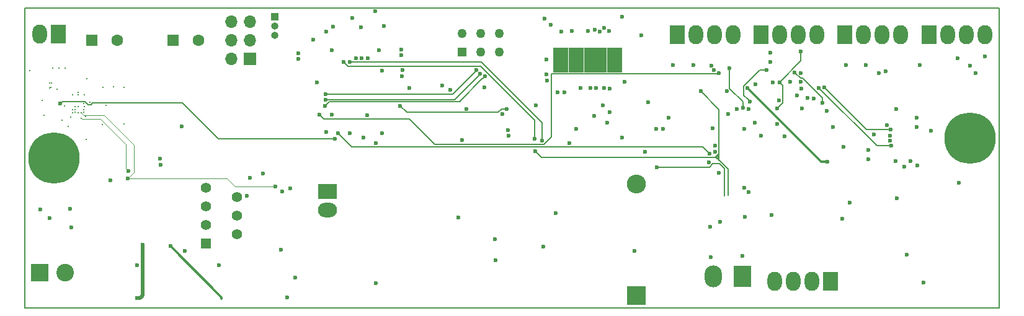
<source format=gbr>
G04 #@! TF.FileFunction,Copper,L5,Inr,Signal*
%FSLAX46Y46*%
G04 Gerber Fmt 4.6, Leading zero omitted, Abs format (unit mm)*
G04 Created by KiCad (PCBNEW 4.0.7) date 06/06/18 14:30:24*
%MOMM*%
%LPD*%
G01*
G04 APERTURE LIST*
%ADD10C,0.100000*%
%ADD11C,0.150000*%
%ADD12R,1.600000X1.600000*%
%ADD13C,1.600000*%
%ADD14R,2.600000X2.600000*%
%ADD15O,2.600000X2.600000*%
%ADD16C,7.000000*%
%ADD17R,1.700000X1.700000*%
%ADD18O,1.700000X1.700000*%
%ADD19R,1.000000X1.000000*%
%ADD20O,1.000000X1.000000*%
%ADD21R,2.350000X3.000000*%
%ADD22O,2.350000X3.000000*%
%ADD23C,1.270000*%
%ADD24R,1.270000X1.270000*%
%ADD25R,2.000000X2.600000*%
%ADD26O,2.000000X2.600000*%
%ADD27R,1.397000X1.397000*%
%ADD28C,1.397000*%
%ADD29R,1.100000X0.890000*%
%ADD30R,2.600000X2.000000*%
%ADD31O,2.600000X2.000000*%
%ADD32C,2.400000*%
%ADD33R,2.400000X2.400000*%
%ADD34C,0.600000*%
%ADD35C,0.300000*%
%ADD36C,0.200000*%
%ADD37C,0.200000*%
%ADD38C,0.300000*%
%ADD39C,0.500000*%
G04 APERTURE END LIST*
D10*
D11*
X25000000Y-164000000D02*
X25000000Y-123000000D01*
X158000000Y-164000000D02*
X25000000Y-164000000D01*
X158000000Y-123000000D02*
X158000000Y-164000000D01*
X25000000Y-123000000D02*
X158000000Y-123000000D01*
D12*
X45200000Y-127450000D03*
D13*
X48700000Y-127450000D03*
D12*
X34100000Y-127450000D03*
D13*
X37600000Y-127450000D03*
D14*
X108490000Y-162350000D03*
D15*
X108490000Y-147110000D03*
D16*
X154010000Y-140810000D03*
D17*
X55690000Y-129950000D03*
D18*
X53150000Y-129950000D03*
X55690000Y-127410000D03*
X53150000Y-127410000D03*
X55690000Y-124870000D03*
X53150000Y-124870000D03*
D19*
X59090000Y-124250000D03*
D20*
X59090000Y-125520000D03*
X59090000Y-126790000D03*
D21*
X122950000Y-159700000D03*
D22*
X118990000Y-159700000D03*
D23*
X84690000Y-126480000D03*
X87230000Y-126480000D03*
X89770000Y-126480000D03*
D24*
X84690000Y-129020000D03*
D23*
X87230000Y-129020000D03*
X89770000Y-129020000D03*
D25*
X125520000Y-126650000D03*
D26*
X128060000Y-126650000D03*
X130600000Y-126650000D03*
X133140000Y-126650000D03*
D25*
X114080000Y-126650000D03*
D26*
X116620000Y-126650000D03*
X119160000Y-126650000D03*
X121700000Y-126650000D03*
D25*
X136950000Y-126650000D03*
D26*
X139490000Y-126650000D03*
X142030000Y-126650000D03*
X144570000Y-126650000D03*
D25*
X148400000Y-126650000D03*
D26*
X150940000Y-126650000D03*
X153480000Y-126650000D03*
X156020000Y-126650000D03*
D27*
X49724000Y-155220000D03*
D28*
X53915000Y-153950000D03*
X49724000Y-152680000D03*
X53915000Y-151410000D03*
X49724000Y-150140000D03*
X53915000Y-148870000D03*
X49724000Y-147600000D03*
D29*
X106045000Y-131385000D03*
X106045000Y-130535000D03*
X106045000Y-128835000D03*
X106045000Y-129685000D03*
X104988750Y-129685000D03*
X104988750Y-128835000D03*
X104988750Y-130535000D03*
X104988750Y-131385000D03*
X103932500Y-131385000D03*
X103932500Y-130535000D03*
X103932500Y-128835000D03*
X103932500Y-129685000D03*
X102876250Y-129685000D03*
X102876250Y-128835000D03*
X102876250Y-130535000D03*
X102876250Y-131385000D03*
X101820000Y-131385000D03*
X101820000Y-130535000D03*
X101820000Y-128835000D03*
X101820000Y-129685000D03*
X100763750Y-129685000D03*
X100763750Y-128835000D03*
X100763750Y-130535000D03*
X100763750Y-131385000D03*
X99707500Y-131385000D03*
X99707500Y-130535000D03*
X99707500Y-128835000D03*
X99707500Y-129685000D03*
X98651250Y-129685000D03*
X98651250Y-128835000D03*
X98651250Y-130535000D03*
X98651250Y-131385000D03*
X97595000Y-131385000D03*
X97595000Y-130535000D03*
X97595000Y-128835000D03*
X97595000Y-129685000D03*
D16*
X29000000Y-143500000D03*
D30*
X66330000Y-148100000D03*
D31*
X66330000Y-150640000D03*
D25*
X29550000Y-126600000D03*
D26*
X27010000Y-126600000D03*
D32*
X30500000Y-159200000D03*
D33*
X27000000Y-159200000D03*
D25*
X134950000Y-160350000D03*
D26*
X132410000Y-160350000D03*
X129870000Y-160350000D03*
X127330000Y-160350000D03*
D34*
X117260000Y-134399999D03*
D35*
X120960000Y-148610000D03*
D34*
X87680000Y-133900000D03*
X94670000Y-142550000D03*
X126248909Y-131521091D03*
X123975028Y-135790010D03*
X134480000Y-137070000D03*
X146740000Y-139240000D03*
X143876446Y-143973554D03*
X140120000Y-142450000D03*
X133830000Y-135950000D03*
X130070000Y-131800000D03*
X36680000Y-146600000D03*
X43520000Y-144450000D03*
X57460000Y-145630000D03*
X61230000Y-147640000D03*
X71200000Y-140740000D03*
X72875860Y-141510000D03*
X73788316Y-140129999D03*
X83100000Y-134210000D03*
X74020000Y-125490000D03*
X69670000Y-124340000D03*
X67040000Y-125530000D03*
X119004779Y-131524908D03*
X109680000Y-142680000D03*
X112825002Y-138050000D03*
X111250000Y-144743658D03*
D35*
X120460000Y-148700000D03*
X119460000Y-144300000D03*
D34*
X123020000Y-136640000D03*
X121200000Y-131250000D03*
X129480000Y-133059999D03*
X146710000Y-138050000D03*
X145040000Y-144670000D03*
X143960000Y-136820000D03*
X147120000Y-130820000D03*
X154000000Y-130890000D03*
X142520000Y-131670000D03*
X76450000Y-132380000D03*
X77460000Y-133930000D03*
X71740000Y-137670000D03*
X73780000Y-131590000D03*
X66890000Y-128800000D03*
X70910000Y-125610000D03*
X64900000Y-133210000D03*
X72800000Y-123480000D03*
X61930000Y-159850000D03*
X72920000Y-160590000D03*
X99341728Y-141509990D03*
X55700000Y-146190000D03*
X118620000Y-157050000D03*
X90140000Y-137480000D03*
X119890000Y-152200000D03*
X122940000Y-156880000D03*
D36*
X31480000Y-134910000D03*
X25650000Y-131580000D03*
D34*
X44850000Y-155540000D03*
D36*
X51850000Y-162770000D03*
X36110000Y-136300000D03*
X33060000Y-136100000D03*
X32270000Y-134900000D03*
D34*
X119250000Y-142650000D03*
X121030000Y-137480000D03*
X123230000Y-139530000D03*
X156020000Y-129600000D03*
X145390000Y-156730000D03*
X123760000Y-136800000D03*
X123180000Y-147610000D03*
X96170000Y-130030000D03*
X134500000Y-144030000D03*
X123640000Y-133960000D03*
X104100000Y-125750000D03*
X95960000Y-124430000D03*
X96750000Y-125330000D03*
X106480000Y-124220000D03*
X102800000Y-126030000D03*
X106820000Y-133060000D03*
X102960000Y-133980000D03*
X103860000Y-136350000D03*
X98600000Y-134520000D03*
X104820000Y-137290000D03*
X104810000Y-133990000D03*
X152510000Y-146890000D03*
X144050000Y-149060000D03*
X146780000Y-144560000D03*
X102160000Y-133970000D03*
X102720000Y-137760000D03*
X46420000Y-139170000D03*
X27100000Y-150500000D03*
X154810000Y-131920000D03*
X130880000Y-133090000D03*
X87770000Y-132360000D03*
X65970000Y-136420000D03*
X87155891Y-132024014D03*
X141580000Y-131910000D03*
X130930000Y-131950000D03*
X66010000Y-135530000D03*
X86656890Y-131533081D03*
X118710000Y-130890000D03*
X66050686Y-134800686D03*
X113450000Y-130840000D03*
X116280000Y-130850000D03*
X123250000Y-151540000D03*
X108250000Y-156240000D03*
X118550000Y-152930000D03*
X95740000Y-155630000D03*
X152300000Y-129860000D03*
X119250001Y-141850000D03*
X134110000Y-133860000D03*
X143190000Y-139640000D03*
X126750000Y-130360000D03*
X126750000Y-129140000D03*
X94600000Y-140890000D03*
X68540000Y-130390000D03*
X60100000Y-148110000D03*
X39150000Y-145320000D03*
D36*
X32660000Y-138110000D03*
D34*
X98210000Y-126210000D03*
X123770000Y-148190000D03*
X128660000Y-140550000D03*
X140160000Y-143710000D03*
X125520000Y-140470000D03*
X99620000Y-126160000D03*
X127110000Y-133160000D03*
X103510000Y-126220000D03*
X137630000Y-149590000D03*
X101830000Y-126140000D03*
X136730000Y-142020000D03*
X46840000Y-156200000D03*
X31180000Y-150420000D03*
X41080000Y-155400000D03*
X40330000Y-162610000D03*
X135320000Y-139310000D03*
X104080000Y-133980000D03*
X104470000Y-138690000D03*
X109100000Y-126790000D03*
X104730000Y-126190000D03*
X100820000Y-133950000D03*
X97740000Y-134570000D03*
X143060000Y-141160000D03*
X96240000Y-132890000D03*
X66920000Y-137610000D03*
X84670000Y-141050000D03*
X91010000Y-140500000D03*
X89180000Y-154610000D03*
X89210000Y-157520000D03*
X119710000Y-145570000D03*
D36*
X33070000Y-134900000D03*
X33420000Y-132650000D03*
X31260000Y-137900000D03*
X30450000Y-131200000D03*
X28590000Y-133280000D03*
X28580000Y-133900000D03*
X33270000Y-137870000D03*
X28330000Y-133280000D03*
X28330000Y-133920000D03*
X29600000Y-131220000D03*
X28750000Y-131200000D03*
X29390000Y-134110000D03*
D34*
X124660000Y-138720000D03*
X124740000Y-133450000D03*
X106500000Y-140690000D03*
X131850000Y-135330000D03*
X120850000Y-134400000D03*
X122190000Y-136790000D03*
X132720000Y-135370000D03*
X71773646Y-129879990D03*
D36*
X27580000Y-137650000D03*
X31460000Y-137300000D03*
X33340000Y-140970000D03*
X33060000Y-137290000D03*
X31470000Y-136910000D03*
X27320000Y-135650000D03*
X38540000Y-138840000D03*
X33060000Y-136890000D03*
X31870000Y-136900000D03*
X37070000Y-133820000D03*
X32260000Y-134500000D03*
X35610000Y-133840000D03*
X38520000Y-133840000D03*
X32270000Y-137300000D03*
D34*
X111150000Y-139560000D03*
X112090000Y-139530000D03*
X148690000Y-139780000D03*
X81950000Y-133630000D03*
X137050000Y-130840000D03*
X139760000Y-130850000D03*
X118450002Y-142900000D03*
X67730000Y-140160000D03*
X65210000Y-137590000D03*
X119760000Y-131900000D03*
X130960000Y-134010000D03*
X66090000Y-140000000D03*
X62350000Y-129200000D03*
X70950000Y-129880000D03*
X62320000Y-130000000D03*
X70160000Y-129870000D03*
X73330000Y-128760000D03*
X130360000Y-134990000D03*
X76410000Y-129430000D03*
X127928312Y-135626131D03*
X76540000Y-131490000D03*
X100270000Y-139560001D03*
X90740000Y-136830000D03*
X76240000Y-136390000D03*
X145920000Y-143940000D03*
X140910000Y-140300000D03*
X64340000Y-127340000D03*
X43480000Y-143630000D03*
X142692460Y-139047540D03*
X66150000Y-126270000D03*
X29810000Y-136100000D03*
D36*
X32270000Y-136490000D03*
D34*
X67290000Y-140930000D03*
X31370000Y-153030000D03*
X69340000Y-140130000D03*
X143110000Y-140430000D03*
X76400000Y-128700000D03*
X96160000Y-132100000D03*
X110110000Y-135860000D03*
X126900000Y-151290000D03*
X147690000Y-160540000D03*
X136540000Y-151780000D03*
X55313511Y-148660000D03*
D36*
X30041778Y-138308222D03*
X30360000Y-136390000D03*
X30950000Y-139220000D03*
X33080000Y-136510000D03*
X31870000Y-137280000D03*
X31870000Y-136500000D03*
D34*
X97480000Y-151080000D03*
X84180000Y-151660000D03*
X59930000Y-156070000D03*
X118407773Y-144078886D03*
X133380000Y-133920000D03*
X143250000Y-141860000D03*
X95630000Y-141140000D03*
X69340000Y-130380000D03*
X59200000Y-147400000D03*
X39060000Y-146270000D03*
D36*
X32660000Y-137310000D03*
D34*
X118838554Y-139468554D03*
X127660000Y-138830000D03*
X131060002Y-136765002D03*
X127670000Y-136780000D03*
X128000000Y-133160001D03*
X130930000Y-128980000D03*
X85300000Y-136790000D03*
X94730000Y-136330000D03*
X90900000Y-139710000D03*
D36*
X33890000Y-135900000D03*
X35540000Y-138940000D03*
D34*
X28410000Y-151760000D03*
X60830000Y-162600000D03*
X51500000Y-158130000D03*
X40300000Y-158200000D03*
D37*
X119750001Y-143700000D02*
X119750001Y-143815723D01*
X119750001Y-143380000D02*
X119750001Y-143700000D01*
X119300002Y-143340000D02*
X119430000Y-143210002D01*
X119240001Y-143400001D02*
X119300002Y-143340000D01*
X119750001Y-143700000D02*
X119660002Y-143700000D01*
X119660002Y-143700000D02*
X119300002Y-143340000D01*
X119750001Y-142890001D02*
X119750001Y-143380000D01*
X119430000Y-143210002D02*
X119550000Y-143090002D01*
X119550000Y-143090002D02*
X119750001Y-142890001D01*
X119750001Y-143380000D02*
X119750001Y-143290003D01*
X119750001Y-143290003D02*
X119550000Y-143090002D01*
X119750001Y-143815723D02*
X119750001Y-143530003D01*
X119750001Y-143530003D02*
X119430000Y-143210002D01*
X120960000Y-145025722D02*
X119790000Y-143855722D01*
X119790000Y-143855722D02*
X119334279Y-143400001D01*
X119750001Y-143815723D02*
X119790000Y-143855722D01*
X120960000Y-148610000D02*
X120960000Y-145025722D01*
X119334279Y-143400001D02*
X119240001Y-143400001D01*
X117260000Y-134399999D02*
X119750001Y-136890000D01*
X119240001Y-143400001D02*
X95520001Y-143400001D01*
X119750001Y-136890000D02*
X119750001Y-142890001D01*
X95520001Y-143400001D02*
X94670000Y-142550000D01*
X126248909Y-131521091D02*
X125338907Y-131521091D01*
X125338907Y-131521091D02*
X123139999Y-133719999D01*
X123139999Y-133719999D02*
X123139999Y-134954981D01*
X123139999Y-134954981D02*
X123675029Y-135490011D01*
X123675029Y-135490011D02*
X123975028Y-135790010D01*
X130070000Y-131800000D02*
X130859999Y-132589999D01*
X130859999Y-132589999D02*
X131120001Y-132589999D01*
X131120001Y-132589999D02*
X133830000Y-135299998D01*
X133830000Y-135299998D02*
X133830000Y-135950000D01*
X119460000Y-144300000D02*
X118907774Y-144300000D01*
X118907774Y-144300000D02*
X118464116Y-144743658D01*
X118464116Y-144743658D02*
X111250000Y-144743658D01*
X119460000Y-144300000D02*
X119810000Y-144300000D01*
X119810000Y-144300000D02*
X120460000Y-144950000D01*
X120460000Y-144950000D02*
X120460000Y-148700000D01*
X123020000Y-136640000D02*
X123020000Y-135829998D01*
X123020000Y-135829998D02*
X121190002Y-134000000D01*
X121190002Y-134000000D02*
X121190002Y-131674264D01*
X121190002Y-131674264D02*
X121200000Y-131250000D01*
D38*
X44850000Y-155540000D02*
X51850000Y-162540000D01*
X51850000Y-162540000D02*
X51850000Y-162770000D01*
X123640000Y-133960000D02*
X133710000Y-144030000D01*
X133710000Y-144030000D02*
X134500000Y-144030000D01*
D37*
X87430000Y-132700000D02*
X87770000Y-132360000D01*
X87417038Y-132700000D02*
X87430000Y-132700000D01*
X84429990Y-135830010D02*
X84429990Y-135687048D01*
X84429990Y-135687048D02*
X87417038Y-132700000D01*
X65970000Y-136420000D02*
X66559990Y-135830010D01*
X66559990Y-135830010D02*
X84429990Y-135830010D01*
X83649905Y-135530000D02*
X86855892Y-132324013D01*
X66010000Y-135530000D02*
X83649905Y-135530000D01*
X86855892Y-132324013D02*
X87155891Y-132024014D01*
X83389285Y-134800686D02*
X86356891Y-131833080D01*
X66050686Y-134800686D02*
X83389285Y-134800686D01*
X86356891Y-131833080D02*
X86656890Y-131533081D01*
X94600000Y-140465736D02*
X94600000Y-140890000D01*
X69120000Y-130970000D02*
X87220004Y-130970000D01*
X68540000Y-130390000D02*
X69120000Y-130970000D01*
X87220004Y-130970000D02*
X94600000Y-138349996D01*
X94600000Y-138349996D02*
X94600000Y-140465736D01*
X143190000Y-139640000D02*
X139890000Y-139640000D01*
X139890000Y-139640000D02*
X134110000Y-133860000D01*
D10*
X38790000Y-141650000D02*
X38790000Y-144960000D01*
X38790000Y-144960000D02*
X39150000Y-145320000D01*
X35350000Y-138210000D02*
X38790000Y-141650000D01*
X34050000Y-138210000D02*
X35350000Y-138210000D01*
X32760000Y-138210000D02*
X34050000Y-138210000D01*
X32660000Y-138110000D02*
X32760000Y-138210000D01*
D39*
X40760000Y-162620000D02*
X40760000Y-162615736D01*
X40760000Y-162615736D02*
X40754264Y-162610000D01*
X40754264Y-162610000D02*
X40330000Y-162610000D01*
X41080000Y-162300000D02*
X40760000Y-162620000D01*
X41080000Y-155400000D02*
X41080000Y-162300000D01*
D37*
X117540000Y-142010000D02*
X118430000Y-142900000D01*
X118430000Y-142900000D02*
X118450002Y-142900000D01*
X69580000Y-142010000D02*
X117540000Y-142010000D01*
X67730000Y-140160000D02*
X69580000Y-142010000D01*
X119760000Y-131900000D02*
X119629999Y-132030001D01*
X119629999Y-132030001D02*
X96884999Y-132030001D01*
X96884999Y-132030001D02*
X96884999Y-140625003D01*
X77460001Y-138170001D02*
X65790001Y-138170001D01*
X96884999Y-140625003D02*
X95870001Y-141640001D01*
X95870001Y-141640001D02*
X80930001Y-141640001D01*
X80930001Y-141640001D02*
X77460001Y-138170001D01*
X65790001Y-138170001D02*
X65210000Y-137590000D01*
X76240000Y-136390000D02*
X77140001Y-137290001D01*
X77140001Y-137290001D02*
X89589997Y-137290001D01*
X89589997Y-137290001D02*
X90049998Y-136830000D01*
X90049998Y-136830000D02*
X90740000Y-136830000D01*
X51400000Y-140930000D02*
X46469999Y-135999999D01*
X46469999Y-135999999D02*
X34234003Y-135999999D01*
X34234003Y-135999999D02*
X34034001Y-136200001D01*
X34034001Y-136200001D02*
X33604003Y-136200001D01*
X33604003Y-136200001D02*
X33204001Y-135799999D01*
X33204001Y-135799999D02*
X30110001Y-135799999D01*
X30110001Y-135799999D02*
X29810000Y-136100000D01*
X67290000Y-140930000D02*
X51400000Y-140930000D01*
X143250000Y-141860000D02*
X141320000Y-141860000D01*
X141320000Y-141860000D02*
X133380000Y-133920000D01*
X87300000Y-130380000D02*
X95630000Y-138710000D01*
X95630000Y-138710000D02*
X95630000Y-141140000D01*
X69340000Y-130380000D02*
X87300000Y-130380000D01*
D10*
X53700782Y-147400000D02*
X59200000Y-147400000D01*
X39060000Y-146270000D02*
X52570782Y-146270000D01*
X52570782Y-146270000D02*
X53700782Y-147400000D01*
X39860000Y-141720000D02*
X39860000Y-145470000D01*
X39860000Y-145470000D02*
X39060000Y-146270000D01*
X35800000Y-137660000D02*
X39860000Y-141720000D01*
X34080000Y-137660000D02*
X35800000Y-137660000D01*
X32660000Y-137310000D02*
X33010000Y-137660000D01*
X33010000Y-137660000D02*
X34080000Y-137660000D01*
D37*
X128428313Y-135996689D02*
X128403311Y-135996689D01*
X128403311Y-135996689D02*
X127670000Y-136780000D01*
X128000000Y-133160001D02*
X128428313Y-133588314D01*
X128428313Y-133588314D02*
X128428313Y-135996689D01*
X130930000Y-128980000D02*
X130930000Y-130230001D01*
X130930000Y-130230001D02*
X128000000Y-133160001D01*
M02*

</source>
